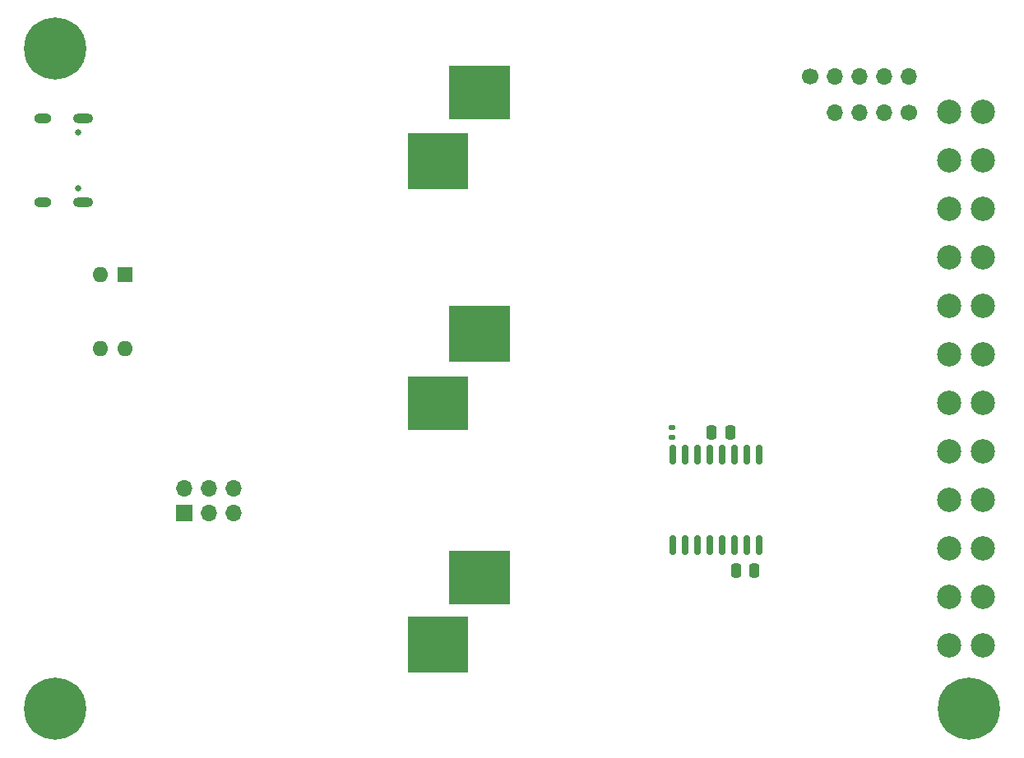
<source format=gbr>
%TF.GenerationSoftware,KiCad,Pcbnew,8.0.5-8.0.5-0~ubuntu24.04.1*%
%TF.CreationDate,2024-10-13T20:58:15+02:00*%
%TF.ProjectId,PD_PSU,50445f50-5355-42e6-9b69-6361645f7063,rev?*%
%TF.SameCoordinates,Original*%
%TF.FileFunction,Soldermask,Bot*%
%TF.FilePolarity,Negative*%
%FSLAX46Y46*%
G04 Gerber Fmt 4.6, Leading zero omitted, Abs format (unit mm)*
G04 Created by KiCad (PCBNEW 8.0.5-8.0.5-0~ubuntu24.04.1) date 2024-10-13 20:58:15*
%MOMM*%
%LPD*%
G01*
G04 APERTURE LIST*
G04 Aperture macros list*
%AMRoundRect*
0 Rectangle with rounded corners*
0 $1 Rounding radius*
0 $2 $3 $4 $5 $6 $7 $8 $9 X,Y pos of 4 corners*
0 Add a 4 corners polygon primitive as box body*
4,1,4,$2,$3,$4,$5,$6,$7,$8,$9,$2,$3,0*
0 Add four circle primitives for the rounded corners*
1,1,$1+$1,$2,$3*
1,1,$1+$1,$4,$5*
1,1,$1+$1,$6,$7*
1,1,$1+$1,$8,$9*
0 Add four rect primitives between the rounded corners*
20,1,$1+$1,$2,$3,$4,$5,0*
20,1,$1+$1,$4,$5,$6,$7,0*
20,1,$1+$1,$6,$7,$8,$9,0*
20,1,$1+$1,$8,$9,$2,$3,0*%
G04 Aperture macros list end*
%ADD10R,1.600000X1.600000*%
%ADD11O,1.600000X1.600000*%
%ADD12C,1.700000*%
%ADD13O,1.700000X1.700000*%
%ADD14C,6.400000*%
%ADD15R,1.700000X1.700000*%
%ADD16C,2.500000*%
%ADD17C,0.650000*%
%ADD18O,2.100000X1.000000*%
%ADD19O,1.800000X1.000000*%
%ADD20RoundRect,0.150000X-0.150000X0.875000X-0.150000X-0.875000X0.150000X-0.875000X0.150000X0.875000X0*%
%ADD21RoundRect,0.250000X0.250000X0.475000X-0.250000X0.475000X-0.250000X-0.475000X0.250000X-0.475000X0*%
%ADD22RoundRect,0.250000X-0.250000X-0.475000X0.250000X-0.475000X0.250000X0.475000X-0.250000X0.475000X0*%
%ADD23RoundRect,0.135000X0.185000X-0.135000X0.185000X0.135000X-0.185000X0.135000X-0.185000X-0.135000X0*%
G04 APERTURE END LIST*
G36*
X87333496Y-85028468D02*
G01*
X93583496Y-85028468D01*
X93583496Y-90778468D01*
X87333496Y-90778468D01*
X87333496Y-85028468D01*
G37*
G36*
X87333496Y-60278468D02*
G01*
X93583496Y-60278468D01*
X93583496Y-65778468D01*
X87333496Y-65778468D01*
X87333496Y-60278468D01*
G37*
G36*
X91583496Y-53028468D02*
G01*
X97833496Y-53028468D01*
X97833496Y-58778468D01*
X91583496Y-58778468D01*
X91583496Y-53028468D01*
G37*
G36*
X87333496Y-35278468D02*
G01*
X93583496Y-35278468D01*
X93583496Y-41028468D01*
X87333496Y-41028468D01*
X87333496Y-35278468D01*
G37*
G36*
X91583496Y-28278468D02*
G01*
X97833496Y-28278468D01*
X97833496Y-33778468D01*
X91583496Y-33778468D01*
X91583496Y-28278468D01*
G37*
G36*
X91583496Y-78278468D02*
G01*
X97833496Y-78278468D01*
X97833496Y-83778468D01*
X91583496Y-83778468D01*
X91583496Y-78278468D01*
G37*
D10*
%TO.C,SW1*%
X58283496Y-49778468D03*
D11*
X55743496Y-49778468D03*
X55743496Y-57398468D03*
X58283496Y-57398468D03*
%TD*%
D12*
%TO.C,J4*%
X128793496Y-29428468D03*
D13*
X131333496Y-29428468D03*
X133873496Y-29428468D03*
X136413496Y-29428468D03*
X138953496Y-29428468D03*
%TD*%
D12*
%TO.C,J5*%
X138913496Y-33128468D03*
D13*
X136373496Y-33128468D03*
X133833496Y-33128468D03*
X131293496Y-33128468D03*
%TD*%
D14*
%TO.C,H2*%
X145083496Y-94528468D03*
%TD*%
%TO.C,H4*%
X51083496Y-26528468D03*
%TD*%
D15*
%TO.C,J6*%
X64333496Y-74340000D03*
D13*
X64333496Y-71800000D03*
X66873496Y-74340000D03*
X66873496Y-71800000D03*
X69413496Y-74340000D03*
X69413496Y-71800000D03*
%TD*%
D14*
%TO.C,H1*%
X51083496Y-94528468D03*
%TD*%
D16*
%TO.C,J2*%
X146583496Y-33028468D03*
X146583496Y-38028468D03*
X146583496Y-43028468D03*
X146583496Y-48028468D03*
X146583496Y-53028468D03*
X146583496Y-58028468D03*
X146583496Y-63028468D03*
X146583496Y-68028468D03*
X146583496Y-73028468D03*
X146583496Y-78028468D03*
X146583496Y-83028468D03*
X146583496Y-88028468D03*
%TD*%
D17*
%TO.C,J1*%
X53438496Y-35138468D03*
X53438496Y-40918468D03*
D18*
X53938496Y-33708468D03*
D19*
X49758496Y-33708468D03*
D18*
X53938496Y-42348468D03*
D19*
X49758496Y-42348468D03*
%TD*%
D20*
%TO.C,U7*%
X114638496Y-68378468D03*
X115908496Y-68378468D03*
X117178496Y-68378468D03*
X118448496Y-68378468D03*
X119718496Y-68378468D03*
X120988496Y-68378468D03*
X122258496Y-68378468D03*
X123528496Y-68378468D03*
X123528496Y-77678468D03*
X122258496Y-77678468D03*
X120988496Y-77678468D03*
X119718496Y-77678468D03*
X118448496Y-77678468D03*
X117178496Y-77678468D03*
X115908496Y-77678468D03*
X114638496Y-77678468D03*
%TD*%
D21*
%TO.C,C43*%
X123033496Y-80278468D03*
X121133496Y-80278468D03*
%TD*%
D22*
%TO.C,C44*%
X118633496Y-66028468D03*
X120533496Y-66028468D03*
%TD*%
D23*
%TO.C,R35*%
X114583496Y-66538468D03*
X114583496Y-65518468D03*
%TD*%
D16*
%TO.C,J3*%
X143083496Y-88028468D03*
X143083496Y-83028468D03*
X143083496Y-78028468D03*
X143083496Y-73028468D03*
X143083496Y-68028468D03*
X143083496Y-63028468D03*
X143083496Y-58028468D03*
X143083496Y-53028468D03*
X143083496Y-48028468D03*
X143083496Y-43028468D03*
X143083496Y-38028468D03*
X143083496Y-33028468D03*
%TD*%
M02*

</source>
